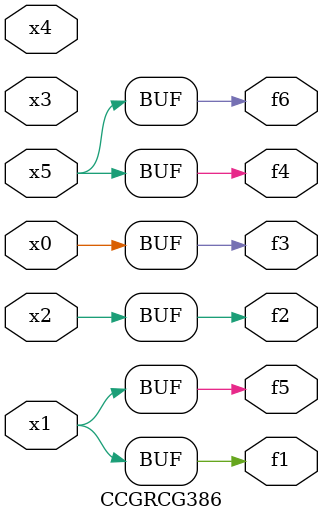
<source format=v>
module CCGRCG386(
	input x0, x1, x2, x3, x4, x5,
	output f1, f2, f3, f4, f5, f6
);
	assign f1 = x1;
	assign f2 = x2;
	assign f3 = x0;
	assign f4 = x5;
	assign f5 = x1;
	assign f6 = x5;
endmodule

</source>
